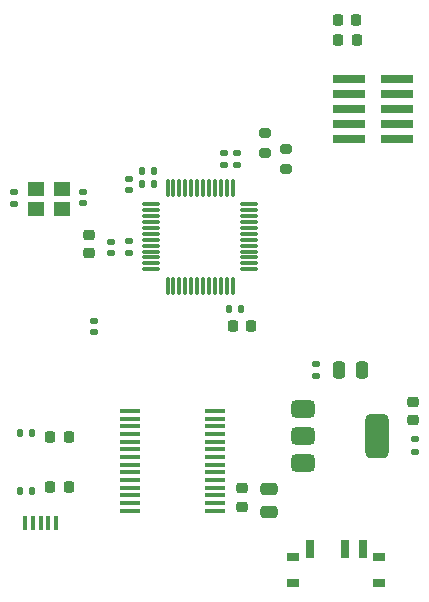
<source format=gbr>
%TF.GenerationSoftware,KiCad,Pcbnew,8.0.4-8.0.4-0~ubuntu24.04.1*%
%TF.CreationDate,2024-08-08T02:16:28-05:00*%
%TF.ProjectId,anvil,616e7669-6c2e-46b6-9963-61645f706362,rev?*%
%TF.SameCoordinates,Original*%
%TF.FileFunction,Paste,Top*%
%TF.FilePolarity,Positive*%
%FSLAX46Y46*%
G04 Gerber Fmt 4.6, Leading zero omitted, Abs format (unit mm)*
G04 Created by KiCad (PCBNEW 8.0.4-8.0.4-0~ubuntu24.04.1) date 2024-08-08 02:16:28*
%MOMM*%
%LPD*%
G01*
G04 APERTURE LIST*
G04 Aperture macros list*
%AMRoundRect*
0 Rectangle with rounded corners*
0 $1 Rounding radius*
0 $2 $3 $4 $5 $6 $7 $8 $9 X,Y pos of 4 corners*
0 Add a 4 corners polygon primitive as box body*
4,1,4,$2,$3,$4,$5,$6,$7,$8,$9,$2,$3,0*
0 Add four circle primitives for the rounded corners*
1,1,$1+$1,$2,$3*
1,1,$1+$1,$4,$5*
1,1,$1+$1,$6,$7*
1,1,$1+$1,$8,$9*
0 Add four rect primitives between the rounded corners*
20,1,$1+$1,$2,$3,$4,$5,0*
20,1,$1+$1,$4,$5,$6,$7,0*
20,1,$1+$1,$6,$7,$8,$9,0*
20,1,$1+$1,$8,$9,$2,$3,0*%
G04 Aperture macros list end*
%ADD10RoundRect,0.218750X0.218750X0.256250X-0.218750X0.256250X-0.218750X-0.256250X0.218750X-0.256250X0*%
%ADD11RoundRect,0.135000X-0.135000X-0.185000X0.135000X-0.185000X0.135000X0.185000X-0.135000X0.185000X0*%
%ADD12RoundRect,0.218750X0.256250X-0.218750X0.256250X0.218750X-0.256250X0.218750X-0.256250X-0.218750X0*%
%ADD13RoundRect,0.225000X0.225000X0.250000X-0.225000X0.250000X-0.225000X-0.250000X0.225000X-0.250000X0*%
%ADD14R,1.000000X0.800000*%
%ADD15R,0.700000X1.500000*%
%ADD16RoundRect,0.140000X-0.170000X0.140000X-0.170000X-0.140000X0.170000X-0.140000X0.170000X0.140000X0*%
%ADD17R,1.400000X1.200000*%
%ADD18R,0.450000X1.300000*%
%ADD19RoundRect,0.140000X0.170000X-0.140000X0.170000X0.140000X-0.170000X0.140000X-0.170000X-0.140000X0*%
%ADD20RoundRect,0.135000X0.185000X-0.135000X0.185000X0.135000X-0.185000X0.135000X-0.185000X-0.135000X0*%
%ADD21RoundRect,0.200000X0.275000X-0.200000X0.275000X0.200000X-0.275000X0.200000X-0.275000X-0.200000X0*%
%ADD22R,2.790000X0.740000*%
%ADD23RoundRect,0.375000X-0.625000X-0.375000X0.625000X-0.375000X0.625000X0.375000X-0.625000X0.375000X0*%
%ADD24RoundRect,0.500000X-0.500000X-1.400000X0.500000X-1.400000X0.500000X1.400000X-0.500000X1.400000X0*%
%ADD25RoundRect,0.140000X-0.140000X-0.170000X0.140000X-0.170000X0.140000X0.170000X-0.140000X0.170000X0*%
%ADD26RoundRect,0.135000X-0.185000X0.135000X-0.185000X-0.135000X0.185000X-0.135000X0.185000X0.135000X0*%
%ADD27R,1.750000X0.450000*%
%ADD28RoundRect,0.218750X-0.256250X0.218750X-0.256250X-0.218750X0.256250X-0.218750X0.256250X0.218750X0*%
%ADD29RoundRect,0.250000X0.250000X0.475000X-0.250000X0.475000X-0.250000X-0.475000X0.250000X-0.475000X0*%
%ADD30RoundRect,0.250000X-0.475000X0.250000X-0.475000X-0.250000X0.475000X-0.250000X0.475000X0.250000X0*%
%ADD31RoundRect,0.140000X0.140000X0.170000X-0.140000X0.170000X-0.140000X-0.170000X0.140000X-0.170000X0*%
%ADD32RoundRect,0.075000X-0.662500X-0.075000X0.662500X-0.075000X0.662500X0.075000X-0.662500X0.075000X0*%
%ADD33RoundRect,0.075000X-0.075000X-0.662500X0.075000X-0.662500X0.075000X0.662500X-0.075000X0.662500X0*%
G04 APERTURE END LIST*
D10*
%TO.C,LED1*%
X140312500Y-76400000D03*
X138737500Y-76400000D03*
%TD*%
%TO.C,LED2*%
X140337500Y-78150000D03*
X138762500Y-78150000D03*
%TD*%
D11*
%TO.C,R3*%
X111865000Y-116275000D03*
X112885000Y-116275000D03*
%TD*%
D12*
%TO.C,FB1*%
X117650000Y-96187500D03*
X117650000Y-94612500D03*
%TD*%
D13*
%TO.C,C4*%
X131425000Y-102350000D03*
X129875000Y-102350000D03*
%TD*%
D14*
%TO.C,SW2*%
X134975000Y-121875000D03*
X134975000Y-124085000D03*
X142275000Y-121875000D03*
X142275000Y-124085000D03*
D15*
X136375000Y-121225000D03*
X139375000Y-121225000D03*
X140875000Y-121225000D03*
%TD*%
D16*
%TO.C,C8*%
X118065000Y-101875000D03*
X118065000Y-102835000D03*
%TD*%
D17*
%TO.C,Y1*%
X115400000Y-90700000D03*
X113200000Y-90700000D03*
X113200000Y-92400000D03*
X115400000Y-92400000D03*
%TD*%
D18*
%TO.C,J1*%
X112300000Y-119025000D03*
X112950000Y-119025000D03*
X113600000Y-119025000D03*
X114250000Y-119025000D03*
X114900000Y-119025000D03*
%TD*%
D19*
%TO.C,C7*%
X121050000Y-90855000D03*
X121050000Y-89895000D03*
%TD*%
D10*
%TO.C,D2*%
X115987500Y-116000000D03*
X114412500Y-116000000D03*
%TD*%
D20*
%TO.C,R6*%
X130175000Y-88710000D03*
X130175000Y-87690000D03*
%TD*%
D19*
%TO.C,C6*%
X119550000Y-96155000D03*
X119550000Y-95195000D03*
%TD*%
D21*
%TO.C,R7*%
X132550000Y-87650000D03*
X132550000Y-86000000D03*
%TD*%
D22*
%TO.C,J3*%
X143735000Y-86477500D03*
X139665000Y-86477500D03*
X143735000Y-85207500D03*
X139665000Y-85207500D03*
X143735000Y-83937500D03*
X139665000Y-83937500D03*
X143735000Y-82667500D03*
X139665000Y-82667500D03*
X143735000Y-81397500D03*
X139665000Y-81397500D03*
%TD*%
D23*
%TO.C,U3*%
X135775000Y-109325000D03*
X135775000Y-111625000D03*
D24*
X142075000Y-111625000D03*
D23*
X135775000Y-113925000D03*
%TD*%
D25*
%TO.C,C1*%
X122195000Y-90325000D03*
X123155000Y-90325000D03*
%TD*%
D16*
%TO.C,C10*%
X117200000Y-90970000D03*
X117200000Y-91930000D03*
%TD*%
D26*
%TO.C,R4*%
X145325000Y-111940000D03*
X145325000Y-112960000D03*
%TD*%
D19*
%TO.C,C9*%
X111325000Y-91980000D03*
X111325000Y-91020000D03*
%TD*%
D11*
%TO.C,R2*%
X111865000Y-111375000D03*
X112885000Y-111375000D03*
%TD*%
D27*
%TO.C,U2*%
X121125000Y-109525000D03*
X121125000Y-110175000D03*
X121125000Y-110825000D03*
X121125000Y-111475000D03*
X121125000Y-112125000D03*
X121125000Y-112775000D03*
X121125000Y-113425000D03*
X121125000Y-114075000D03*
X121125000Y-114725000D03*
X121125000Y-115375000D03*
X121125000Y-116025000D03*
X121125000Y-116675000D03*
X121125000Y-117325000D03*
X121125000Y-117975000D03*
X128325000Y-117975000D03*
X128325000Y-117325000D03*
X128325000Y-116675000D03*
X128325000Y-116025000D03*
X128325000Y-115375000D03*
X128325000Y-114725000D03*
X128325000Y-114075000D03*
X128325000Y-113425000D03*
X128325000Y-112775000D03*
X128325000Y-112125000D03*
X128325000Y-111475000D03*
X128325000Y-110825000D03*
X128325000Y-110175000D03*
X128325000Y-109525000D03*
%TD*%
D28*
%TO.C,FB2*%
X130600000Y-116087500D03*
X130600000Y-117662500D03*
%TD*%
D29*
%TO.C,C12*%
X140775000Y-106075000D03*
X138875000Y-106075000D03*
%TD*%
D30*
%TO.C,C11*%
X132925000Y-116150000D03*
X132925000Y-118050000D03*
%TD*%
D20*
%TO.C,R5*%
X129075000Y-88710000D03*
X129075000Y-87690000D03*
%TD*%
D10*
%TO.C,D1*%
X115987500Y-111700000D03*
X114412500Y-111700000D03*
%TD*%
D21*
%TO.C,R8*%
X134325000Y-89000000D03*
X134325000Y-87350000D03*
%TD*%
D19*
%TO.C,C5*%
X121100000Y-96130000D03*
X121100000Y-95170000D03*
%TD*%
D31*
%TO.C,C3*%
X130530000Y-100850000D03*
X129570000Y-100850000D03*
%TD*%
D32*
%TO.C,U1*%
X122925000Y-92025000D03*
X122925000Y-92525000D03*
X122925000Y-93025000D03*
X122925000Y-93525000D03*
X122925000Y-94025000D03*
X122925000Y-94525000D03*
X122925000Y-95025000D03*
X122925000Y-95525000D03*
X122925000Y-96025000D03*
X122925000Y-96525000D03*
X122925000Y-97025000D03*
X122925000Y-97525000D03*
D33*
X124337500Y-98937500D03*
X124837500Y-98937500D03*
X125337500Y-98937500D03*
X125837500Y-98937500D03*
X126337500Y-98937500D03*
X126837500Y-98937500D03*
X127337500Y-98937500D03*
X127837500Y-98937500D03*
X128337500Y-98937500D03*
X128837500Y-98937500D03*
X129337500Y-98937500D03*
X129837500Y-98937500D03*
D32*
X131250000Y-97525000D03*
X131250000Y-97025000D03*
X131250000Y-96525000D03*
X131250000Y-96025000D03*
X131250000Y-95525000D03*
X131250000Y-95025000D03*
X131250000Y-94525000D03*
X131250000Y-94025000D03*
X131250000Y-93525000D03*
X131250000Y-93025000D03*
X131250000Y-92525000D03*
X131250000Y-92025000D03*
D33*
X129837500Y-90612500D03*
X129337500Y-90612500D03*
X128837500Y-90612500D03*
X128337500Y-90612500D03*
X127837500Y-90612500D03*
X127337500Y-90612500D03*
X126837500Y-90612500D03*
X126337500Y-90612500D03*
X125837500Y-90612500D03*
X125337500Y-90612500D03*
X124837500Y-90612500D03*
X124337500Y-90612500D03*
%TD*%
D28*
%TO.C,D3*%
X145075000Y-108737500D03*
X145075000Y-110312500D03*
%TD*%
D20*
%TO.C,R1*%
X136925000Y-106600000D03*
X136925000Y-105580000D03*
%TD*%
D25*
%TO.C,C2*%
X122195000Y-89175000D03*
X123155000Y-89175000D03*
%TD*%
M02*

</source>
